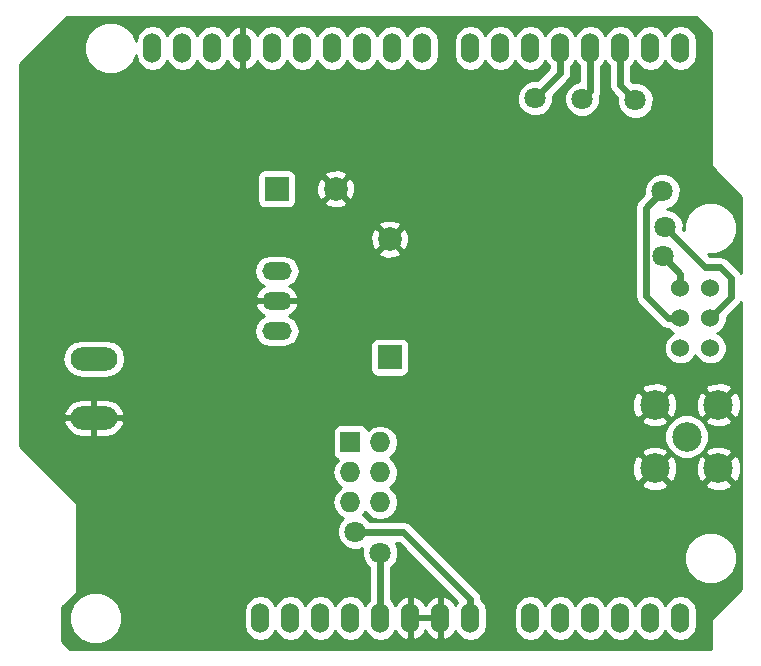
<source format=gtl>
G04 #@! TF.FileFunction,Copper,L1,Top,Signal*
%FSLAX46Y46*%
G04 Gerber Fmt 4.6, Leading zero omitted, Abs format (unit mm)*
G04 Created by KiCad (PCBNEW 4.0.1-3.201512221401+6198~38~ubuntu15.10.1-stable) date sáb 13 feb 2016 13:11:59 CLT*
%MOMM*%
G01*
G04 APERTURE LIST*
%ADD10C,0.150000*%
%ADD11O,1.524000X2.540000*%
%ADD12C,1.524000*%
%ADD13O,3.962400X1.981200*%
%ADD14C,2.500000*%
%ADD15R,2.000000X2.000000*%
%ADD16C,2.000000*%
%ADD17O,2.499360X1.501140*%
%ADD18R,1.727200X1.727200*%
%ADD19O,1.727200X1.727200*%
%ADD20C,1.800000*%
%ADD21C,0.600000*%
%ADD22C,0.254000*%
G04 APERTURE END LIST*
D10*
D11*
X82080100Y-82092800D03*
X79540100Y-82092800D03*
X77000100Y-82092800D03*
X69380100Y-82092800D03*
X71920100Y-82092800D03*
X74460100Y-82092800D03*
X64300100Y-82092800D03*
X61760100Y-82092800D03*
X59220100Y-82092800D03*
X54140100Y-82092800D03*
X51600100Y-82092800D03*
X82080100Y-33832800D03*
X79540100Y-33832800D03*
X77000100Y-33832800D03*
X74460100Y-33832800D03*
X71920100Y-33832800D03*
X69380100Y-33832800D03*
X66840100Y-33832800D03*
X64300100Y-33832800D03*
X60236100Y-33832800D03*
X57696100Y-33832800D03*
X55156100Y-33832800D03*
X52616100Y-33832800D03*
X50076100Y-33832800D03*
X47536100Y-33832800D03*
X44996100Y-33832800D03*
X42456100Y-33832800D03*
X56680100Y-82092800D03*
X39916100Y-33832800D03*
X37376100Y-33832800D03*
X49060100Y-82092800D03*
X46520100Y-82092800D03*
D12*
X82080100Y-54152800D03*
X84620100Y-54152800D03*
X82080100Y-56692800D03*
X84620100Y-56692800D03*
X82080100Y-59232800D03*
X84620100Y-59232800D03*
D13*
X32423100Y-65152400D03*
X32423100Y-60152400D03*
D14*
X85300800Y-69438500D03*
X85300800Y-64038500D03*
X79900800Y-69438500D03*
X79900800Y-64038500D03*
X82600800Y-66738500D03*
D15*
X57467500Y-60020200D03*
D16*
X57467500Y-50020200D03*
D17*
X47917100Y-55257700D03*
X47917100Y-52717700D03*
X47917100Y-57797700D03*
D18*
X54140100Y-67221100D03*
D19*
X56680100Y-67221100D03*
X54140100Y-69761100D03*
X56680100Y-69761100D03*
X54140100Y-72301100D03*
X56680100Y-72301100D03*
D15*
X47891700Y-45770800D03*
D16*
X52891700Y-45770800D03*
D20*
X78270100Y-38277800D03*
X69761100Y-38087300D03*
X80619600Y-51485800D03*
X80556100Y-45961300D03*
X80810100Y-49009300D03*
X73761600Y-38150800D03*
X54546500Y-74790300D03*
X56667400Y-76581000D03*
D21*
X77000100Y-37007800D02*
X77000100Y-33832800D01*
X78270100Y-38277800D02*
X77000100Y-37007800D01*
X71920100Y-35928300D02*
X71920100Y-33832800D01*
X69761100Y-38087300D02*
X71920100Y-35928300D01*
X82080100Y-52946300D02*
X82080100Y-54152800D01*
X80619600Y-51485800D02*
X82080100Y-52946300D01*
X81000600Y-56692800D02*
X82080100Y-56692800D01*
X79159100Y-54851300D02*
X81000600Y-56692800D01*
X79159100Y-47358300D02*
X79159100Y-54851300D01*
X80556100Y-45961300D02*
X79159100Y-47358300D01*
X86398100Y-54914800D02*
X84620100Y-56692800D01*
X86398100Y-53327300D02*
X86398100Y-54914800D01*
X85445600Y-52374800D02*
X86398100Y-53327300D01*
X84175600Y-52374800D02*
X85445600Y-52374800D01*
X80810100Y-49009300D02*
X84175600Y-52374800D01*
X84620100Y-56692800D02*
X84747100Y-56692800D01*
X74460100Y-37452300D02*
X74460100Y-33832800D01*
X73761600Y-38150800D02*
X74460100Y-37452300D01*
X64300100Y-80518000D02*
X64300100Y-82092800D01*
X58623200Y-74841100D02*
X64300100Y-80518000D01*
X54597300Y-74841100D02*
X58623200Y-74841100D01*
X54546500Y-74790300D02*
X54597300Y-74841100D01*
X56680100Y-76593700D02*
X56680100Y-82092800D01*
X56667400Y-76581000D02*
X56680100Y-76593700D01*
D22*
G36*
X84683600Y-32488406D02*
X84683600Y-43865800D01*
X84693606Y-43915210D01*
X84720797Y-43955603D01*
X87223600Y-46458406D01*
X87223600Y-52912130D01*
X87059245Y-52666155D01*
X86106745Y-51713655D01*
X85803409Y-51510973D01*
X85445600Y-51439800D01*
X84562890Y-51439800D01*
X84418214Y-51295124D01*
X85060243Y-51295685D01*
X85877400Y-50958042D01*
X86503145Y-50333389D01*
X86842213Y-49516822D01*
X86842985Y-48632657D01*
X86505342Y-47815500D01*
X85880689Y-47189755D01*
X85064122Y-46850687D01*
X84179957Y-46849915D01*
X83362800Y-47187558D01*
X82737055Y-47812211D01*
X82397987Y-48628778D01*
X82397423Y-49274333D01*
X82344915Y-49221825D01*
X82345365Y-48705309D01*
X82112168Y-48140929D01*
X81680743Y-47708749D01*
X81116770Y-47474567D01*
X80913758Y-47474390D01*
X81424471Y-47263368D01*
X81856651Y-46831943D01*
X82090833Y-46267970D01*
X82091365Y-45657309D01*
X81858168Y-45092929D01*
X81426743Y-44660749D01*
X80862770Y-44426567D01*
X80252109Y-44426035D01*
X79687729Y-44659232D01*
X79255549Y-45090657D01*
X79021367Y-45654630D01*
X79020914Y-46174196D01*
X78497955Y-46697155D01*
X78295273Y-47000491D01*
X78224100Y-47358300D01*
X78224100Y-54851300D01*
X78295273Y-55209109D01*
X78497955Y-55512445D01*
X80339455Y-57353945D01*
X80642791Y-57556627D01*
X81000600Y-57627800D01*
X81039535Y-57627800D01*
X81287730Y-57876429D01*
X81495612Y-57962749D01*
X81289797Y-58047790D01*
X80896471Y-58440430D01*
X80683343Y-58953700D01*
X80682858Y-59509461D01*
X80895090Y-60023103D01*
X81287730Y-60416429D01*
X81801000Y-60629557D01*
X82356761Y-60630042D01*
X82870403Y-60417810D01*
X83263729Y-60025170D01*
X83350049Y-59817288D01*
X83435090Y-60023103D01*
X83827730Y-60416429D01*
X84341000Y-60629557D01*
X84896761Y-60630042D01*
X85410403Y-60417810D01*
X85803729Y-60025170D01*
X86016857Y-59511900D01*
X86017342Y-58956139D01*
X85805110Y-58442497D01*
X85412470Y-58049171D01*
X85204588Y-57962851D01*
X85410403Y-57877810D01*
X85803729Y-57485170D01*
X86016857Y-56971900D01*
X86017166Y-56618024D01*
X87059245Y-55575945D01*
X87223600Y-55329970D01*
X87223600Y-79627194D01*
X84720797Y-82129997D01*
X84692934Y-82172011D01*
X84683600Y-82219800D01*
X84683600Y-84696300D01*
X30443706Y-84696300D01*
X29756100Y-84008694D01*
X29756100Y-82532943D01*
X30327215Y-82532943D01*
X30664858Y-83350100D01*
X31289511Y-83975845D01*
X32106078Y-84314913D01*
X32990243Y-84315685D01*
X33807400Y-83978042D01*
X34433145Y-83353389D01*
X34772213Y-82536822D01*
X34772985Y-81652657D01*
X34729527Y-81547479D01*
X45123100Y-81547479D01*
X45123100Y-82638121D01*
X45229440Y-83172730D01*
X45532272Y-83625949D01*
X45985491Y-83928781D01*
X46520100Y-84035121D01*
X47054709Y-83928781D01*
X47507928Y-83625949D01*
X47790100Y-83203650D01*
X48072272Y-83625949D01*
X48525491Y-83928781D01*
X49060100Y-84035121D01*
X49594709Y-83928781D01*
X50047928Y-83625949D01*
X50330100Y-83203650D01*
X50612272Y-83625949D01*
X51065491Y-83928781D01*
X51600100Y-84035121D01*
X52134709Y-83928781D01*
X52587928Y-83625949D01*
X52870100Y-83203650D01*
X53152272Y-83625949D01*
X53605491Y-83928781D01*
X54140100Y-84035121D01*
X54674709Y-83928781D01*
X55127928Y-83625949D01*
X55410100Y-83203650D01*
X55692272Y-83625949D01*
X56145491Y-83928781D01*
X56680100Y-84035121D01*
X57214709Y-83928781D01*
X57667928Y-83625949D01*
X57959430Y-83189687D01*
X57978041Y-83252741D01*
X58322074Y-83678430D01*
X58802823Y-83940060D01*
X58877030Y-83955020D01*
X59093100Y-83832520D01*
X59093100Y-82219800D01*
X59347100Y-82219800D01*
X59347100Y-83832520D01*
X59563170Y-83955020D01*
X59637377Y-83940060D01*
X60118126Y-83678430D01*
X60462159Y-83252741D01*
X60490100Y-83158077D01*
X60518041Y-83252741D01*
X60862074Y-83678430D01*
X61342823Y-83940060D01*
X61417030Y-83955020D01*
X61633100Y-83832520D01*
X61633100Y-82219800D01*
X59347100Y-82219800D01*
X59093100Y-82219800D01*
X59073100Y-82219800D01*
X59073100Y-81965800D01*
X59093100Y-81965800D01*
X59093100Y-80353080D01*
X59347100Y-80353080D01*
X59347100Y-81965800D01*
X61633100Y-81965800D01*
X61633100Y-80353080D01*
X61417030Y-80230580D01*
X61342823Y-80245540D01*
X60862074Y-80507170D01*
X60518041Y-80932859D01*
X60490100Y-81027523D01*
X60462159Y-80932859D01*
X60118126Y-80507170D01*
X59637377Y-80245540D01*
X59563170Y-80230580D01*
X59347100Y-80353080D01*
X59093100Y-80353080D01*
X58877030Y-80230580D01*
X58802823Y-80245540D01*
X58322074Y-80507170D01*
X57978041Y-80932859D01*
X57959430Y-80995913D01*
X57667928Y-80559651D01*
X57615100Y-80524352D01*
X57615100Y-77803878D01*
X57967951Y-77451643D01*
X58202133Y-76887670D01*
X58202665Y-76277009D01*
X57995694Y-75776100D01*
X58235910Y-75776100D01*
X63194988Y-80735178D01*
X63020770Y-80995913D01*
X63002159Y-80932859D01*
X62658126Y-80507170D01*
X62177377Y-80245540D01*
X62103170Y-80230580D01*
X61887100Y-80353080D01*
X61887100Y-81965800D01*
X61907100Y-81965800D01*
X61907100Y-82219800D01*
X61887100Y-82219800D01*
X61887100Y-83832520D01*
X62103170Y-83955020D01*
X62177377Y-83940060D01*
X62658126Y-83678430D01*
X63002159Y-83252741D01*
X63020770Y-83189687D01*
X63312272Y-83625949D01*
X63765491Y-83928781D01*
X64300100Y-84035121D01*
X64834709Y-83928781D01*
X65287928Y-83625949D01*
X65590760Y-83172730D01*
X65697100Y-82638121D01*
X65697100Y-81547479D01*
X67983100Y-81547479D01*
X67983100Y-82638121D01*
X68089440Y-83172730D01*
X68392272Y-83625949D01*
X68845491Y-83928781D01*
X69380100Y-84035121D01*
X69914709Y-83928781D01*
X70367928Y-83625949D01*
X70650100Y-83203650D01*
X70932272Y-83625949D01*
X71385491Y-83928781D01*
X71920100Y-84035121D01*
X72454709Y-83928781D01*
X72907928Y-83625949D01*
X73190100Y-83203650D01*
X73472272Y-83625949D01*
X73925491Y-83928781D01*
X74460100Y-84035121D01*
X74994709Y-83928781D01*
X75447928Y-83625949D01*
X75730100Y-83203650D01*
X76012272Y-83625949D01*
X76465491Y-83928781D01*
X77000100Y-84035121D01*
X77534709Y-83928781D01*
X77987928Y-83625949D01*
X78270100Y-83203650D01*
X78552272Y-83625949D01*
X79005491Y-83928781D01*
X79540100Y-84035121D01*
X80074709Y-83928781D01*
X80527928Y-83625949D01*
X80810100Y-83203650D01*
X81092272Y-83625949D01*
X81545491Y-83928781D01*
X82080100Y-84035121D01*
X82614709Y-83928781D01*
X83067928Y-83625949D01*
X83370760Y-83172730D01*
X83477100Y-82638121D01*
X83477100Y-81547479D01*
X83370760Y-81012870D01*
X83067928Y-80559651D01*
X82614709Y-80256819D01*
X82080100Y-80150479D01*
X81545491Y-80256819D01*
X81092272Y-80559651D01*
X80810100Y-80981950D01*
X80527928Y-80559651D01*
X80074709Y-80256819D01*
X79540100Y-80150479D01*
X79005491Y-80256819D01*
X78552272Y-80559651D01*
X78270100Y-80981950D01*
X77987928Y-80559651D01*
X77534709Y-80256819D01*
X77000100Y-80150479D01*
X76465491Y-80256819D01*
X76012272Y-80559651D01*
X75730100Y-80981950D01*
X75447928Y-80559651D01*
X74994709Y-80256819D01*
X74460100Y-80150479D01*
X73925491Y-80256819D01*
X73472272Y-80559651D01*
X73190100Y-80981950D01*
X72907928Y-80559651D01*
X72454709Y-80256819D01*
X71920100Y-80150479D01*
X71385491Y-80256819D01*
X70932272Y-80559651D01*
X70650100Y-80981950D01*
X70367928Y-80559651D01*
X69914709Y-80256819D01*
X69380100Y-80150479D01*
X68845491Y-80256819D01*
X68392272Y-80559651D01*
X68089440Y-81012870D01*
X67983100Y-81547479D01*
X65697100Y-81547479D01*
X65590760Y-81012870D01*
X65287928Y-80559651D01*
X65235100Y-80524352D01*
X65235100Y-80518000D01*
X65163927Y-80160191D01*
X64961245Y-79856855D01*
X62557333Y-77452943D01*
X82397215Y-77452943D01*
X82734858Y-78270100D01*
X83359511Y-78895845D01*
X84176078Y-79234913D01*
X85060243Y-79235685D01*
X85877400Y-78898042D01*
X86503145Y-78273389D01*
X86842213Y-77456822D01*
X86842985Y-76572657D01*
X86505342Y-75755500D01*
X85880689Y-75129755D01*
X85064122Y-74790687D01*
X84179957Y-74789915D01*
X83362800Y-75127558D01*
X82737055Y-75752211D01*
X82397987Y-76568778D01*
X82397215Y-77452943D01*
X62557333Y-77452943D01*
X59284345Y-74179955D01*
X58981009Y-73977273D01*
X58623200Y-73906100D01*
X55832767Y-73906100D01*
X55417143Y-73489749D01*
X55182140Y-73392167D01*
X55229129Y-73360770D01*
X55410100Y-73089928D01*
X55591071Y-73360770D01*
X56077252Y-73685626D01*
X56650741Y-73799700D01*
X56709459Y-73799700D01*
X57282948Y-73685626D01*
X57769129Y-73360770D01*
X58093985Y-72874589D01*
X58208059Y-72301100D01*
X58093985Y-71727611D01*
X57769129Y-71241430D01*
X57454348Y-71031100D01*
X57769129Y-70820770D01*
X57801836Y-70771820D01*
X78747085Y-70771820D01*
X78876333Y-71064623D01*
X79576606Y-71332888D01*
X80326235Y-71312750D01*
X80925267Y-71064623D01*
X81054515Y-70771820D01*
X84147085Y-70771820D01*
X84276333Y-71064623D01*
X84976606Y-71332888D01*
X85726235Y-71312750D01*
X86325267Y-71064623D01*
X86454515Y-70771820D01*
X85300800Y-69618105D01*
X84147085Y-70771820D01*
X81054515Y-70771820D01*
X79900800Y-69618105D01*
X78747085Y-70771820D01*
X57801836Y-70771820D01*
X58093985Y-70334589D01*
X58208059Y-69761100D01*
X58093985Y-69187611D01*
X58045005Y-69114306D01*
X78006412Y-69114306D01*
X78026550Y-69863935D01*
X78274677Y-70462967D01*
X78567480Y-70592215D01*
X79721195Y-69438500D01*
X80080405Y-69438500D01*
X81234120Y-70592215D01*
X81526923Y-70462967D01*
X81795188Y-69762694D01*
X81777770Y-69114306D01*
X83406412Y-69114306D01*
X83426550Y-69863935D01*
X83674677Y-70462967D01*
X83967480Y-70592215D01*
X85121195Y-69438500D01*
X85480405Y-69438500D01*
X86634120Y-70592215D01*
X86926923Y-70462967D01*
X87195188Y-69762694D01*
X87175050Y-69013065D01*
X86926923Y-68414033D01*
X86634120Y-68284785D01*
X85480405Y-69438500D01*
X85121195Y-69438500D01*
X83967480Y-68284785D01*
X83674677Y-68414033D01*
X83406412Y-69114306D01*
X81777770Y-69114306D01*
X81775050Y-69013065D01*
X81526923Y-68414033D01*
X81234120Y-68284785D01*
X80080405Y-69438500D01*
X79721195Y-69438500D01*
X78567480Y-68284785D01*
X78274677Y-68414033D01*
X78006412Y-69114306D01*
X58045005Y-69114306D01*
X57769129Y-68701430D01*
X57454348Y-68491100D01*
X57769129Y-68280770D01*
X57886454Y-68105180D01*
X78747085Y-68105180D01*
X79900800Y-69258895D01*
X81054515Y-68105180D01*
X80925267Y-67812377D01*
X80224994Y-67544112D01*
X79475365Y-67564250D01*
X78876333Y-67812377D01*
X78747085Y-68105180D01*
X57886454Y-68105180D01*
X58093985Y-67794589D01*
X58208059Y-67221100D01*
X58186319Y-67111805D01*
X80715474Y-67111805D01*
X81001843Y-67804872D01*
X81531639Y-68335593D01*
X82224205Y-68623172D01*
X82974105Y-68623826D01*
X83667172Y-68337457D01*
X83899854Y-68105180D01*
X84147085Y-68105180D01*
X85300800Y-69258895D01*
X86454515Y-68105180D01*
X86325267Y-67812377D01*
X85624994Y-67544112D01*
X84875365Y-67564250D01*
X84276333Y-67812377D01*
X84147085Y-68105180D01*
X83899854Y-68105180D01*
X84197893Y-67807661D01*
X84485472Y-67115095D01*
X84486126Y-66365195D01*
X84199757Y-65672128D01*
X83899973Y-65371820D01*
X84147085Y-65371820D01*
X84276333Y-65664623D01*
X84976606Y-65932888D01*
X85726235Y-65912750D01*
X86325267Y-65664623D01*
X86454515Y-65371820D01*
X85300800Y-64218105D01*
X84147085Y-65371820D01*
X83899973Y-65371820D01*
X83669961Y-65141407D01*
X82977395Y-64853828D01*
X82227495Y-64853174D01*
X81534428Y-65139543D01*
X81003707Y-65669339D01*
X80716128Y-66361905D01*
X80715474Y-67111805D01*
X58186319Y-67111805D01*
X58093985Y-66647611D01*
X57769129Y-66161430D01*
X57282948Y-65836574D01*
X56709459Y-65722500D01*
X56650741Y-65722500D01*
X56077252Y-65836574D01*
X55611658Y-66147674D01*
X55606862Y-66122183D01*
X55467790Y-65906059D01*
X55255590Y-65761069D01*
X55003700Y-65710060D01*
X53276500Y-65710060D01*
X53041183Y-65754338D01*
X52825059Y-65893410D01*
X52680069Y-66105610D01*
X52629060Y-66357500D01*
X52629060Y-68084700D01*
X52673338Y-68320017D01*
X52812410Y-68536141D01*
X53024610Y-68681131D01*
X53068231Y-68689964D01*
X53051071Y-68701430D01*
X52726215Y-69187611D01*
X52612141Y-69761100D01*
X52726215Y-70334589D01*
X53051071Y-70820770D01*
X53365852Y-71031100D01*
X53051071Y-71241430D01*
X52726215Y-71727611D01*
X52612141Y-72301100D01*
X52726215Y-72874589D01*
X53051071Y-73360770D01*
X53503189Y-73662866D01*
X53245949Y-73919657D01*
X53011767Y-74483630D01*
X53011235Y-75094291D01*
X53244432Y-75658671D01*
X53675857Y-76090851D01*
X54239830Y-76325033D01*
X54850491Y-76325565D01*
X55165427Y-76195436D01*
X55132667Y-76274330D01*
X55132135Y-76884991D01*
X55365332Y-77449371D01*
X55745100Y-77829804D01*
X55745100Y-80524352D01*
X55692272Y-80559651D01*
X55410100Y-80981950D01*
X55127928Y-80559651D01*
X54674709Y-80256819D01*
X54140100Y-80150479D01*
X53605491Y-80256819D01*
X53152272Y-80559651D01*
X52870100Y-80981950D01*
X52587928Y-80559651D01*
X52134709Y-80256819D01*
X51600100Y-80150479D01*
X51065491Y-80256819D01*
X50612272Y-80559651D01*
X50330100Y-80981950D01*
X50047928Y-80559651D01*
X49594709Y-80256819D01*
X49060100Y-80150479D01*
X48525491Y-80256819D01*
X48072272Y-80559651D01*
X47790100Y-80981950D01*
X47507928Y-80559651D01*
X47054709Y-80256819D01*
X46520100Y-80150479D01*
X45985491Y-80256819D01*
X45532272Y-80559651D01*
X45229440Y-81012870D01*
X45123100Y-81547479D01*
X34729527Y-81547479D01*
X34435342Y-80835500D01*
X33810689Y-80209755D01*
X32994122Y-79870687D01*
X32109957Y-79869915D01*
X31292800Y-80207558D01*
X30667055Y-80832211D01*
X30327987Y-81648778D01*
X30327215Y-82532943D01*
X29756100Y-82532943D01*
X29756100Y-81192906D01*
X30988903Y-79960103D01*
X31016766Y-79918089D01*
X31026100Y-79870300D01*
X31026100Y-72440800D01*
X31016094Y-72391390D01*
X30988903Y-72350997D01*
X26136600Y-67498694D01*
X26136600Y-65531359D01*
X29851689Y-65531359D01*
X29882040Y-65657157D01*
X30193224Y-66212070D01*
X30693077Y-66605658D01*
X31305500Y-66778000D01*
X32296100Y-66778000D01*
X32296100Y-65279400D01*
X32550100Y-65279400D01*
X32550100Y-66778000D01*
X33540700Y-66778000D01*
X34153123Y-66605658D01*
X34652976Y-66212070D01*
X34964160Y-65657157D01*
X34994511Y-65531359D01*
X34918864Y-65371820D01*
X78747085Y-65371820D01*
X78876333Y-65664623D01*
X79576606Y-65932888D01*
X80326235Y-65912750D01*
X80925267Y-65664623D01*
X81054515Y-65371820D01*
X79900800Y-64218105D01*
X78747085Y-65371820D01*
X34918864Y-65371820D01*
X34875042Y-65279400D01*
X32550100Y-65279400D01*
X32296100Y-65279400D01*
X29971158Y-65279400D01*
X29851689Y-65531359D01*
X26136600Y-65531359D01*
X26136600Y-64773441D01*
X29851689Y-64773441D01*
X29971158Y-65025400D01*
X32296100Y-65025400D01*
X32296100Y-63526800D01*
X32550100Y-63526800D01*
X32550100Y-65025400D01*
X34875042Y-65025400D01*
X34994511Y-64773441D01*
X34964160Y-64647643D01*
X34652976Y-64092730D01*
X34172382Y-63714306D01*
X78006412Y-63714306D01*
X78026550Y-64463935D01*
X78274677Y-65062967D01*
X78567480Y-65192215D01*
X79721195Y-64038500D01*
X80080405Y-64038500D01*
X81234120Y-65192215D01*
X81526923Y-65062967D01*
X81795188Y-64362694D01*
X81777770Y-63714306D01*
X83406412Y-63714306D01*
X83426550Y-64463935D01*
X83674677Y-65062967D01*
X83967480Y-65192215D01*
X85121195Y-64038500D01*
X85480405Y-64038500D01*
X86634120Y-65192215D01*
X86926923Y-65062967D01*
X87195188Y-64362694D01*
X87175050Y-63613065D01*
X86926923Y-63014033D01*
X86634120Y-62884785D01*
X85480405Y-64038500D01*
X85121195Y-64038500D01*
X83967480Y-62884785D01*
X83674677Y-63014033D01*
X83406412Y-63714306D01*
X81777770Y-63714306D01*
X81775050Y-63613065D01*
X81526923Y-63014033D01*
X81234120Y-62884785D01*
X80080405Y-64038500D01*
X79721195Y-64038500D01*
X78567480Y-62884785D01*
X78274677Y-63014033D01*
X78006412Y-63714306D01*
X34172382Y-63714306D01*
X34153123Y-63699142D01*
X33540700Y-63526800D01*
X32550100Y-63526800D01*
X32296100Y-63526800D01*
X31305500Y-63526800D01*
X30693077Y-63699142D01*
X30193224Y-64092730D01*
X29882040Y-64647643D01*
X29851689Y-64773441D01*
X26136600Y-64773441D01*
X26136600Y-62705180D01*
X78747085Y-62705180D01*
X79900800Y-63858895D01*
X81054515Y-62705180D01*
X84147085Y-62705180D01*
X85300800Y-63858895D01*
X86454515Y-62705180D01*
X86325267Y-62412377D01*
X85624994Y-62144112D01*
X84875365Y-62164250D01*
X84276333Y-62412377D01*
X84147085Y-62705180D01*
X81054515Y-62705180D01*
X80925267Y-62412377D01*
X80224994Y-62144112D01*
X79475365Y-62164250D01*
X78876333Y-62412377D01*
X78747085Y-62705180D01*
X26136600Y-62705180D01*
X26136600Y-60152400D01*
X29755646Y-60152400D01*
X29879387Y-60774490D01*
X30231773Y-61301873D01*
X30759156Y-61654259D01*
X31381246Y-61778000D01*
X33464954Y-61778000D01*
X34087044Y-61654259D01*
X34614427Y-61301873D01*
X34966813Y-60774490D01*
X35090554Y-60152400D01*
X34966813Y-59530310D01*
X34614427Y-59002927D01*
X34087044Y-58650541D01*
X33464954Y-58526800D01*
X31381246Y-58526800D01*
X30759156Y-58650541D01*
X30231773Y-59002927D01*
X29879387Y-59530310D01*
X29755646Y-60152400D01*
X26136600Y-60152400D01*
X26136600Y-57797700D01*
X45995497Y-57797700D01*
X46100967Y-58327935D01*
X46401321Y-58777446D01*
X46850832Y-59077800D01*
X47381067Y-59183270D01*
X48453133Y-59183270D01*
X48983368Y-59077800D01*
X49069572Y-59020200D01*
X55820060Y-59020200D01*
X55820060Y-61020200D01*
X55864338Y-61255517D01*
X56003410Y-61471641D01*
X56215610Y-61616631D01*
X56467500Y-61667640D01*
X58467500Y-61667640D01*
X58702817Y-61623362D01*
X58918941Y-61484290D01*
X59063931Y-61272090D01*
X59114940Y-61020200D01*
X59114940Y-59020200D01*
X59070662Y-58784883D01*
X58931590Y-58568759D01*
X58719390Y-58423769D01*
X58467500Y-58372760D01*
X56467500Y-58372760D01*
X56232183Y-58417038D01*
X56016059Y-58556110D01*
X55871069Y-58768310D01*
X55820060Y-59020200D01*
X49069572Y-59020200D01*
X49432879Y-58777446D01*
X49733233Y-58327935D01*
X49838703Y-57797700D01*
X49733233Y-57267465D01*
X49432879Y-56817954D01*
X48983368Y-56517600D01*
X48974068Y-56515750D01*
X49063777Y-56489199D01*
X49485758Y-56147644D01*
X49744910Y-55670603D01*
X49759093Y-55598975D01*
X49636439Y-55384700D01*
X48044100Y-55384700D01*
X48044100Y-55404700D01*
X47790100Y-55404700D01*
X47790100Y-55384700D01*
X46197761Y-55384700D01*
X46075107Y-55598975D01*
X46089290Y-55670603D01*
X46348442Y-56147644D01*
X46770423Y-56489199D01*
X46860132Y-56515750D01*
X46850832Y-56517600D01*
X46401321Y-56817954D01*
X46100967Y-57267465D01*
X45995497Y-57797700D01*
X26136600Y-57797700D01*
X26136600Y-52717700D01*
X45995497Y-52717700D01*
X46100967Y-53247935D01*
X46401321Y-53697446D01*
X46850832Y-53997800D01*
X46860132Y-53999650D01*
X46770423Y-54026201D01*
X46348442Y-54367756D01*
X46089290Y-54844797D01*
X46075107Y-54916425D01*
X46197761Y-55130700D01*
X47790100Y-55130700D01*
X47790100Y-55110700D01*
X48044100Y-55110700D01*
X48044100Y-55130700D01*
X49636439Y-55130700D01*
X49759093Y-54916425D01*
X49744910Y-54844797D01*
X49485758Y-54367756D01*
X49063777Y-54026201D01*
X48974068Y-53999650D01*
X48983368Y-53997800D01*
X49432879Y-53697446D01*
X49733233Y-53247935D01*
X49838703Y-52717700D01*
X49733233Y-52187465D01*
X49432879Y-51737954D01*
X48983368Y-51437600D01*
X48453133Y-51332130D01*
X47381067Y-51332130D01*
X46850832Y-51437600D01*
X46401321Y-51737954D01*
X46100967Y-52187465D01*
X45995497Y-52717700D01*
X26136600Y-52717700D01*
X26136600Y-51172732D01*
X56494573Y-51172732D01*
X56593236Y-51439587D01*
X57202961Y-51666108D01*
X57852960Y-51642056D01*
X58341764Y-51439587D01*
X58440427Y-51172732D01*
X57467500Y-50199805D01*
X56494573Y-51172732D01*
X26136600Y-51172732D01*
X26136600Y-49755661D01*
X55821592Y-49755661D01*
X55845644Y-50405660D01*
X56048113Y-50894464D01*
X56314968Y-50993127D01*
X57287895Y-50020200D01*
X57647105Y-50020200D01*
X58620032Y-50993127D01*
X58886887Y-50894464D01*
X59113408Y-50284739D01*
X59089356Y-49634740D01*
X58886887Y-49145936D01*
X58620032Y-49047273D01*
X57647105Y-50020200D01*
X57287895Y-50020200D01*
X56314968Y-49047273D01*
X56048113Y-49145936D01*
X55821592Y-49755661D01*
X26136600Y-49755661D01*
X26136600Y-48867668D01*
X56494573Y-48867668D01*
X57467500Y-49840595D01*
X58440427Y-48867668D01*
X58341764Y-48600813D01*
X57732039Y-48374292D01*
X57082040Y-48398344D01*
X56593236Y-48600813D01*
X56494573Y-48867668D01*
X26136600Y-48867668D01*
X26136600Y-44770800D01*
X46244260Y-44770800D01*
X46244260Y-46770800D01*
X46288538Y-47006117D01*
X46427610Y-47222241D01*
X46639810Y-47367231D01*
X46891700Y-47418240D01*
X48891700Y-47418240D01*
X49127017Y-47373962D01*
X49343141Y-47234890D01*
X49488131Y-47022690D01*
X49508251Y-46923332D01*
X51918773Y-46923332D01*
X52017436Y-47190187D01*
X52627161Y-47416708D01*
X53277160Y-47392656D01*
X53765964Y-47190187D01*
X53864627Y-46923332D01*
X52891700Y-45950405D01*
X51918773Y-46923332D01*
X49508251Y-46923332D01*
X49539140Y-46770800D01*
X49539140Y-45506261D01*
X51245792Y-45506261D01*
X51269844Y-46156260D01*
X51472313Y-46645064D01*
X51739168Y-46743727D01*
X52712095Y-45770800D01*
X53071305Y-45770800D01*
X54044232Y-46743727D01*
X54311087Y-46645064D01*
X54537608Y-46035339D01*
X54513556Y-45385340D01*
X54311087Y-44896536D01*
X54044232Y-44797873D01*
X53071305Y-45770800D01*
X52712095Y-45770800D01*
X51739168Y-44797873D01*
X51472313Y-44896536D01*
X51245792Y-45506261D01*
X49539140Y-45506261D01*
X49539140Y-44770800D01*
X49510440Y-44618268D01*
X51918773Y-44618268D01*
X52891700Y-45591195D01*
X53864627Y-44618268D01*
X53765964Y-44351413D01*
X53156239Y-44124892D01*
X52506240Y-44148944D01*
X52017436Y-44351413D01*
X51918773Y-44618268D01*
X49510440Y-44618268D01*
X49494862Y-44535483D01*
X49355790Y-44319359D01*
X49143590Y-44174369D01*
X48891700Y-44123360D01*
X46891700Y-44123360D01*
X46656383Y-44167638D01*
X46440259Y-44306710D01*
X46295269Y-44518910D01*
X46244260Y-44770800D01*
X26136600Y-44770800D01*
X26136600Y-35218906D01*
X27082563Y-34272943D01*
X31597215Y-34272943D01*
X31934858Y-35090100D01*
X32559511Y-35715845D01*
X33376078Y-36054913D01*
X34260243Y-36055685D01*
X35077400Y-35718042D01*
X35703145Y-35093389D01*
X35985918Y-34412396D01*
X36085440Y-34912730D01*
X36388272Y-35365949D01*
X36841491Y-35668781D01*
X37376100Y-35775121D01*
X37910709Y-35668781D01*
X38363928Y-35365949D01*
X38646100Y-34943650D01*
X38928272Y-35365949D01*
X39381491Y-35668781D01*
X39916100Y-35775121D01*
X40450709Y-35668781D01*
X40903928Y-35365949D01*
X41186100Y-34943650D01*
X41468272Y-35365949D01*
X41921491Y-35668781D01*
X42456100Y-35775121D01*
X42990709Y-35668781D01*
X43443928Y-35365949D01*
X43735430Y-34929687D01*
X43754041Y-34992741D01*
X44098074Y-35418430D01*
X44578823Y-35680060D01*
X44653030Y-35695020D01*
X44869100Y-35572520D01*
X44869100Y-33959800D01*
X44849100Y-33959800D01*
X44849100Y-33705800D01*
X44869100Y-33705800D01*
X44869100Y-32093080D01*
X45123100Y-32093080D01*
X45123100Y-33705800D01*
X45143100Y-33705800D01*
X45143100Y-33959800D01*
X45123100Y-33959800D01*
X45123100Y-35572520D01*
X45339170Y-35695020D01*
X45413377Y-35680060D01*
X45894126Y-35418430D01*
X46238159Y-34992741D01*
X46256770Y-34929687D01*
X46548272Y-35365949D01*
X47001491Y-35668781D01*
X47536100Y-35775121D01*
X48070709Y-35668781D01*
X48523928Y-35365949D01*
X48806100Y-34943650D01*
X49088272Y-35365949D01*
X49541491Y-35668781D01*
X50076100Y-35775121D01*
X50610709Y-35668781D01*
X51063928Y-35365949D01*
X51346100Y-34943650D01*
X51628272Y-35365949D01*
X52081491Y-35668781D01*
X52616100Y-35775121D01*
X53150709Y-35668781D01*
X53603928Y-35365949D01*
X53886100Y-34943650D01*
X54168272Y-35365949D01*
X54621491Y-35668781D01*
X55156100Y-35775121D01*
X55690709Y-35668781D01*
X56143928Y-35365949D01*
X56426100Y-34943650D01*
X56708272Y-35365949D01*
X57161491Y-35668781D01*
X57696100Y-35775121D01*
X58230709Y-35668781D01*
X58683928Y-35365949D01*
X58966100Y-34943650D01*
X59248272Y-35365949D01*
X59701491Y-35668781D01*
X60236100Y-35775121D01*
X60770709Y-35668781D01*
X61223928Y-35365949D01*
X61526760Y-34912730D01*
X61633100Y-34378121D01*
X61633100Y-33287479D01*
X62903100Y-33287479D01*
X62903100Y-34378121D01*
X63009440Y-34912730D01*
X63312272Y-35365949D01*
X63765491Y-35668781D01*
X64300100Y-35775121D01*
X64834709Y-35668781D01*
X65287928Y-35365949D01*
X65570100Y-34943650D01*
X65852272Y-35365949D01*
X66305491Y-35668781D01*
X66840100Y-35775121D01*
X67374709Y-35668781D01*
X67827928Y-35365949D01*
X68110100Y-34943650D01*
X68392272Y-35365949D01*
X68845491Y-35668781D01*
X69380100Y-35775121D01*
X69914709Y-35668781D01*
X70367928Y-35365949D01*
X70650100Y-34943650D01*
X70932272Y-35365949D01*
X70985100Y-35401248D01*
X70985100Y-35541010D01*
X69973625Y-36552485D01*
X69457109Y-36552035D01*
X68892729Y-36785232D01*
X68460549Y-37216657D01*
X68226367Y-37780630D01*
X68225835Y-38391291D01*
X68459032Y-38955671D01*
X68890457Y-39387851D01*
X69454430Y-39622033D01*
X70065091Y-39622565D01*
X70629471Y-39389368D01*
X71061651Y-38957943D01*
X71295833Y-38393970D01*
X71296286Y-37874404D01*
X72581245Y-36589445D01*
X72783927Y-36286109D01*
X72855100Y-35928300D01*
X72855100Y-35401248D01*
X72907928Y-35365949D01*
X73190100Y-34943650D01*
X73472272Y-35365949D01*
X73525100Y-35401248D01*
X73525100Y-36615594D01*
X73457609Y-36615535D01*
X72893229Y-36848732D01*
X72461049Y-37280157D01*
X72226867Y-37844130D01*
X72226335Y-38454791D01*
X72459532Y-39019171D01*
X72890957Y-39451351D01*
X73454930Y-39685533D01*
X74065591Y-39686065D01*
X74629971Y-39452868D01*
X75062151Y-39021443D01*
X75296333Y-38457470D01*
X75296862Y-37850615D01*
X75323927Y-37810109D01*
X75395100Y-37452300D01*
X75395100Y-35401248D01*
X75447928Y-35365949D01*
X75730100Y-34943650D01*
X76012272Y-35365949D01*
X76065100Y-35401248D01*
X76065100Y-37007800D01*
X76136273Y-37365609D01*
X76338955Y-37668945D01*
X76735285Y-38065275D01*
X76734835Y-38581791D01*
X76968032Y-39146171D01*
X77399457Y-39578351D01*
X77963430Y-39812533D01*
X78574091Y-39813065D01*
X79138471Y-39579868D01*
X79570651Y-39148443D01*
X79804833Y-38584470D01*
X79805365Y-37973809D01*
X79572168Y-37409429D01*
X79140743Y-36977249D01*
X78576770Y-36743067D01*
X78057204Y-36742614D01*
X77935100Y-36620510D01*
X77935100Y-35401248D01*
X77987928Y-35365949D01*
X78270100Y-34943650D01*
X78552272Y-35365949D01*
X79005491Y-35668781D01*
X79540100Y-35775121D01*
X80074709Y-35668781D01*
X80527928Y-35365949D01*
X80810100Y-34943650D01*
X81092272Y-35365949D01*
X81545491Y-35668781D01*
X82080100Y-35775121D01*
X82614709Y-35668781D01*
X83067928Y-35365949D01*
X83370760Y-34912730D01*
X83477100Y-34378121D01*
X83477100Y-33287479D01*
X83370760Y-32752870D01*
X83067928Y-32299651D01*
X82614709Y-31996819D01*
X82080100Y-31890479D01*
X81545491Y-31996819D01*
X81092272Y-32299651D01*
X80810100Y-32721950D01*
X80527928Y-32299651D01*
X80074709Y-31996819D01*
X79540100Y-31890479D01*
X79005491Y-31996819D01*
X78552272Y-32299651D01*
X78270100Y-32721950D01*
X77987928Y-32299651D01*
X77534709Y-31996819D01*
X77000100Y-31890479D01*
X76465491Y-31996819D01*
X76012272Y-32299651D01*
X75730100Y-32721950D01*
X75447928Y-32299651D01*
X74994709Y-31996819D01*
X74460100Y-31890479D01*
X73925491Y-31996819D01*
X73472272Y-32299651D01*
X73190100Y-32721950D01*
X72907928Y-32299651D01*
X72454709Y-31996819D01*
X71920100Y-31890479D01*
X71385491Y-31996819D01*
X70932272Y-32299651D01*
X70650100Y-32721950D01*
X70367928Y-32299651D01*
X69914709Y-31996819D01*
X69380100Y-31890479D01*
X68845491Y-31996819D01*
X68392272Y-32299651D01*
X68110100Y-32721950D01*
X67827928Y-32299651D01*
X67374709Y-31996819D01*
X66840100Y-31890479D01*
X66305491Y-31996819D01*
X65852272Y-32299651D01*
X65570100Y-32721950D01*
X65287928Y-32299651D01*
X64834709Y-31996819D01*
X64300100Y-31890479D01*
X63765491Y-31996819D01*
X63312272Y-32299651D01*
X63009440Y-32752870D01*
X62903100Y-33287479D01*
X61633100Y-33287479D01*
X61526760Y-32752870D01*
X61223928Y-32299651D01*
X60770709Y-31996819D01*
X60236100Y-31890479D01*
X59701491Y-31996819D01*
X59248272Y-32299651D01*
X58966100Y-32721950D01*
X58683928Y-32299651D01*
X58230709Y-31996819D01*
X57696100Y-31890479D01*
X57161491Y-31996819D01*
X56708272Y-32299651D01*
X56426100Y-32721950D01*
X56143928Y-32299651D01*
X55690709Y-31996819D01*
X55156100Y-31890479D01*
X54621491Y-31996819D01*
X54168272Y-32299651D01*
X53886100Y-32721950D01*
X53603928Y-32299651D01*
X53150709Y-31996819D01*
X52616100Y-31890479D01*
X52081491Y-31996819D01*
X51628272Y-32299651D01*
X51346100Y-32721950D01*
X51063928Y-32299651D01*
X50610709Y-31996819D01*
X50076100Y-31890479D01*
X49541491Y-31996819D01*
X49088272Y-32299651D01*
X48806100Y-32721950D01*
X48523928Y-32299651D01*
X48070709Y-31996819D01*
X47536100Y-31890479D01*
X47001491Y-31996819D01*
X46548272Y-32299651D01*
X46256770Y-32735913D01*
X46238159Y-32672859D01*
X45894126Y-32247170D01*
X45413377Y-31985540D01*
X45339170Y-31970580D01*
X45123100Y-32093080D01*
X44869100Y-32093080D01*
X44653030Y-31970580D01*
X44578823Y-31985540D01*
X44098074Y-32247170D01*
X43754041Y-32672859D01*
X43735430Y-32735913D01*
X43443928Y-32299651D01*
X42990709Y-31996819D01*
X42456100Y-31890479D01*
X41921491Y-31996819D01*
X41468272Y-32299651D01*
X41186100Y-32721950D01*
X40903928Y-32299651D01*
X40450709Y-31996819D01*
X39916100Y-31890479D01*
X39381491Y-31996819D01*
X38928272Y-32299651D01*
X38646100Y-32721950D01*
X38363928Y-32299651D01*
X37910709Y-31996819D01*
X37376100Y-31890479D01*
X36841491Y-31996819D01*
X36388272Y-32299651D01*
X36085440Y-32752870D01*
X35985738Y-33254108D01*
X35705342Y-32575500D01*
X35080689Y-31949755D01*
X34264122Y-31610687D01*
X33379957Y-31609915D01*
X32562800Y-31947558D01*
X31937055Y-32572211D01*
X31597987Y-33388778D01*
X31597215Y-34272943D01*
X27082563Y-34272943D01*
X30126206Y-31229300D01*
X83424494Y-31229300D01*
X84683600Y-32488406D01*
X84683600Y-32488406D01*
G37*
X84683600Y-32488406D02*
X84683600Y-43865800D01*
X84693606Y-43915210D01*
X84720797Y-43955603D01*
X87223600Y-46458406D01*
X87223600Y-52912130D01*
X87059245Y-52666155D01*
X86106745Y-51713655D01*
X85803409Y-51510973D01*
X85445600Y-51439800D01*
X84562890Y-51439800D01*
X84418214Y-51295124D01*
X85060243Y-51295685D01*
X85877400Y-50958042D01*
X86503145Y-50333389D01*
X86842213Y-49516822D01*
X86842985Y-48632657D01*
X86505342Y-47815500D01*
X85880689Y-47189755D01*
X85064122Y-46850687D01*
X84179957Y-46849915D01*
X83362800Y-47187558D01*
X82737055Y-47812211D01*
X82397987Y-48628778D01*
X82397423Y-49274333D01*
X82344915Y-49221825D01*
X82345365Y-48705309D01*
X82112168Y-48140929D01*
X81680743Y-47708749D01*
X81116770Y-47474567D01*
X80913758Y-47474390D01*
X81424471Y-47263368D01*
X81856651Y-46831943D01*
X82090833Y-46267970D01*
X82091365Y-45657309D01*
X81858168Y-45092929D01*
X81426743Y-44660749D01*
X80862770Y-44426567D01*
X80252109Y-44426035D01*
X79687729Y-44659232D01*
X79255549Y-45090657D01*
X79021367Y-45654630D01*
X79020914Y-46174196D01*
X78497955Y-46697155D01*
X78295273Y-47000491D01*
X78224100Y-47358300D01*
X78224100Y-54851300D01*
X78295273Y-55209109D01*
X78497955Y-55512445D01*
X80339455Y-57353945D01*
X80642791Y-57556627D01*
X81000600Y-57627800D01*
X81039535Y-57627800D01*
X81287730Y-57876429D01*
X81495612Y-57962749D01*
X81289797Y-58047790D01*
X80896471Y-58440430D01*
X80683343Y-58953700D01*
X80682858Y-59509461D01*
X80895090Y-60023103D01*
X81287730Y-60416429D01*
X81801000Y-60629557D01*
X82356761Y-60630042D01*
X82870403Y-60417810D01*
X83263729Y-60025170D01*
X83350049Y-59817288D01*
X83435090Y-60023103D01*
X83827730Y-60416429D01*
X84341000Y-60629557D01*
X84896761Y-60630042D01*
X85410403Y-60417810D01*
X85803729Y-60025170D01*
X86016857Y-59511900D01*
X86017342Y-58956139D01*
X85805110Y-58442497D01*
X85412470Y-58049171D01*
X85204588Y-57962851D01*
X85410403Y-57877810D01*
X85803729Y-57485170D01*
X86016857Y-56971900D01*
X86017166Y-56618024D01*
X87059245Y-55575945D01*
X87223600Y-55329970D01*
X87223600Y-79627194D01*
X84720797Y-82129997D01*
X84692934Y-82172011D01*
X84683600Y-82219800D01*
X84683600Y-84696300D01*
X30443706Y-84696300D01*
X29756100Y-84008694D01*
X29756100Y-82532943D01*
X30327215Y-82532943D01*
X30664858Y-83350100D01*
X31289511Y-83975845D01*
X32106078Y-84314913D01*
X32990243Y-84315685D01*
X33807400Y-83978042D01*
X34433145Y-83353389D01*
X34772213Y-82536822D01*
X34772985Y-81652657D01*
X34729527Y-81547479D01*
X45123100Y-81547479D01*
X45123100Y-82638121D01*
X45229440Y-83172730D01*
X45532272Y-83625949D01*
X45985491Y-83928781D01*
X46520100Y-84035121D01*
X47054709Y-83928781D01*
X47507928Y-83625949D01*
X47790100Y-83203650D01*
X48072272Y-83625949D01*
X48525491Y-83928781D01*
X49060100Y-84035121D01*
X49594709Y-83928781D01*
X50047928Y-83625949D01*
X50330100Y-83203650D01*
X50612272Y-83625949D01*
X51065491Y-83928781D01*
X51600100Y-84035121D01*
X52134709Y-83928781D01*
X52587928Y-83625949D01*
X52870100Y-83203650D01*
X53152272Y-83625949D01*
X53605491Y-83928781D01*
X54140100Y-84035121D01*
X54674709Y-83928781D01*
X55127928Y-83625949D01*
X55410100Y-83203650D01*
X55692272Y-83625949D01*
X56145491Y-83928781D01*
X56680100Y-84035121D01*
X57214709Y-83928781D01*
X57667928Y-83625949D01*
X57959430Y-83189687D01*
X57978041Y-83252741D01*
X58322074Y-83678430D01*
X58802823Y-83940060D01*
X58877030Y-83955020D01*
X59093100Y-83832520D01*
X59093100Y-82219800D01*
X59347100Y-82219800D01*
X59347100Y-83832520D01*
X59563170Y-83955020D01*
X59637377Y-83940060D01*
X60118126Y-83678430D01*
X60462159Y-83252741D01*
X60490100Y-83158077D01*
X60518041Y-83252741D01*
X60862074Y-83678430D01*
X61342823Y-83940060D01*
X61417030Y-83955020D01*
X61633100Y-83832520D01*
X61633100Y-82219800D01*
X59347100Y-82219800D01*
X59093100Y-82219800D01*
X59073100Y-82219800D01*
X59073100Y-81965800D01*
X59093100Y-81965800D01*
X59093100Y-80353080D01*
X59347100Y-80353080D01*
X59347100Y-81965800D01*
X61633100Y-81965800D01*
X61633100Y-80353080D01*
X61417030Y-80230580D01*
X61342823Y-80245540D01*
X60862074Y-80507170D01*
X60518041Y-80932859D01*
X60490100Y-81027523D01*
X60462159Y-80932859D01*
X60118126Y-80507170D01*
X59637377Y-80245540D01*
X59563170Y-80230580D01*
X59347100Y-80353080D01*
X59093100Y-80353080D01*
X58877030Y-80230580D01*
X58802823Y-80245540D01*
X58322074Y-80507170D01*
X57978041Y-80932859D01*
X57959430Y-80995913D01*
X57667928Y-80559651D01*
X57615100Y-80524352D01*
X57615100Y-77803878D01*
X57967951Y-77451643D01*
X58202133Y-76887670D01*
X58202665Y-76277009D01*
X57995694Y-75776100D01*
X58235910Y-75776100D01*
X63194988Y-80735178D01*
X63020770Y-80995913D01*
X63002159Y-80932859D01*
X62658126Y-80507170D01*
X62177377Y-80245540D01*
X62103170Y-80230580D01*
X61887100Y-80353080D01*
X61887100Y-81965800D01*
X61907100Y-81965800D01*
X61907100Y-82219800D01*
X61887100Y-82219800D01*
X61887100Y-83832520D01*
X62103170Y-83955020D01*
X62177377Y-83940060D01*
X62658126Y-83678430D01*
X63002159Y-83252741D01*
X63020770Y-83189687D01*
X63312272Y-83625949D01*
X63765491Y-83928781D01*
X64300100Y-84035121D01*
X64834709Y-83928781D01*
X65287928Y-83625949D01*
X65590760Y-83172730D01*
X65697100Y-82638121D01*
X65697100Y-81547479D01*
X67983100Y-81547479D01*
X67983100Y-82638121D01*
X68089440Y-83172730D01*
X68392272Y-83625949D01*
X68845491Y-83928781D01*
X69380100Y-84035121D01*
X69914709Y-83928781D01*
X70367928Y-83625949D01*
X70650100Y-83203650D01*
X70932272Y-83625949D01*
X71385491Y-83928781D01*
X71920100Y-84035121D01*
X72454709Y-83928781D01*
X72907928Y-83625949D01*
X73190100Y-83203650D01*
X73472272Y-83625949D01*
X73925491Y-83928781D01*
X74460100Y-84035121D01*
X74994709Y-83928781D01*
X75447928Y-83625949D01*
X75730100Y-83203650D01*
X76012272Y-83625949D01*
X76465491Y-83928781D01*
X77000100Y-84035121D01*
X77534709Y-83928781D01*
X77987928Y-83625949D01*
X78270100Y-83203650D01*
X78552272Y-83625949D01*
X79005491Y-83928781D01*
X79540100Y-84035121D01*
X80074709Y-83928781D01*
X80527928Y-83625949D01*
X80810100Y-83203650D01*
X81092272Y-83625949D01*
X81545491Y-83928781D01*
X82080100Y-84035121D01*
X82614709Y-83928781D01*
X83067928Y-83625949D01*
X83370760Y-83172730D01*
X83477100Y-82638121D01*
X83477100Y-81547479D01*
X83370760Y-81012870D01*
X83067928Y-80559651D01*
X82614709Y-80256819D01*
X82080100Y-80150479D01*
X81545491Y-80256819D01*
X81092272Y-80559651D01*
X80810100Y-80981950D01*
X80527928Y-80559651D01*
X80074709Y-80256819D01*
X79540100Y-80150479D01*
X79005491Y-80256819D01*
X78552272Y-80559651D01*
X78270100Y-80981950D01*
X77987928Y-80559651D01*
X77534709Y-80256819D01*
X77000100Y-80150479D01*
X76465491Y-80256819D01*
X76012272Y-80559651D01*
X75730100Y-80981950D01*
X75447928Y-80559651D01*
X74994709Y-80256819D01*
X74460100Y-80150479D01*
X73925491Y-80256819D01*
X73472272Y-80559651D01*
X73190100Y-80981950D01*
X72907928Y-80559651D01*
X72454709Y-80256819D01*
X71920100Y-80150479D01*
X71385491Y-80256819D01*
X70932272Y-80559651D01*
X70650100Y-80981950D01*
X70367928Y-80559651D01*
X69914709Y-80256819D01*
X69380100Y-80150479D01*
X68845491Y-80256819D01*
X68392272Y-80559651D01*
X68089440Y-81012870D01*
X67983100Y-81547479D01*
X65697100Y-81547479D01*
X65590760Y-81012870D01*
X65287928Y-80559651D01*
X65235100Y-80524352D01*
X65235100Y-80518000D01*
X65163927Y-80160191D01*
X64961245Y-79856855D01*
X62557333Y-77452943D01*
X82397215Y-77452943D01*
X82734858Y-78270100D01*
X83359511Y-78895845D01*
X84176078Y-79234913D01*
X85060243Y-79235685D01*
X85877400Y-78898042D01*
X86503145Y-78273389D01*
X86842213Y-77456822D01*
X86842985Y-76572657D01*
X86505342Y-75755500D01*
X85880689Y-75129755D01*
X85064122Y-74790687D01*
X84179957Y-74789915D01*
X83362800Y-75127558D01*
X82737055Y-75752211D01*
X82397987Y-76568778D01*
X82397215Y-77452943D01*
X62557333Y-77452943D01*
X59284345Y-74179955D01*
X58981009Y-73977273D01*
X58623200Y-73906100D01*
X55832767Y-73906100D01*
X55417143Y-73489749D01*
X55182140Y-73392167D01*
X55229129Y-73360770D01*
X55410100Y-73089928D01*
X55591071Y-73360770D01*
X56077252Y-73685626D01*
X56650741Y-73799700D01*
X56709459Y-73799700D01*
X57282948Y-73685626D01*
X57769129Y-73360770D01*
X58093985Y-72874589D01*
X58208059Y-72301100D01*
X58093985Y-71727611D01*
X57769129Y-71241430D01*
X57454348Y-71031100D01*
X57769129Y-70820770D01*
X57801836Y-70771820D01*
X78747085Y-70771820D01*
X78876333Y-71064623D01*
X79576606Y-71332888D01*
X80326235Y-71312750D01*
X80925267Y-71064623D01*
X81054515Y-70771820D01*
X84147085Y-70771820D01*
X84276333Y-71064623D01*
X84976606Y-71332888D01*
X85726235Y-71312750D01*
X86325267Y-71064623D01*
X86454515Y-70771820D01*
X85300800Y-69618105D01*
X84147085Y-70771820D01*
X81054515Y-70771820D01*
X79900800Y-69618105D01*
X78747085Y-70771820D01*
X57801836Y-70771820D01*
X58093985Y-70334589D01*
X58208059Y-69761100D01*
X58093985Y-69187611D01*
X58045005Y-69114306D01*
X78006412Y-69114306D01*
X78026550Y-69863935D01*
X78274677Y-70462967D01*
X78567480Y-70592215D01*
X79721195Y-69438500D01*
X80080405Y-69438500D01*
X81234120Y-70592215D01*
X81526923Y-70462967D01*
X81795188Y-69762694D01*
X81777770Y-69114306D01*
X83406412Y-69114306D01*
X83426550Y-69863935D01*
X83674677Y-70462967D01*
X83967480Y-70592215D01*
X85121195Y-69438500D01*
X85480405Y-69438500D01*
X86634120Y-70592215D01*
X86926923Y-70462967D01*
X87195188Y-69762694D01*
X87175050Y-69013065D01*
X86926923Y-68414033D01*
X86634120Y-68284785D01*
X85480405Y-69438500D01*
X85121195Y-69438500D01*
X83967480Y-68284785D01*
X83674677Y-68414033D01*
X83406412Y-69114306D01*
X81777770Y-69114306D01*
X81775050Y-69013065D01*
X81526923Y-68414033D01*
X81234120Y-68284785D01*
X80080405Y-69438500D01*
X79721195Y-69438500D01*
X78567480Y-68284785D01*
X78274677Y-68414033D01*
X78006412Y-69114306D01*
X58045005Y-69114306D01*
X57769129Y-68701430D01*
X57454348Y-68491100D01*
X57769129Y-68280770D01*
X57886454Y-68105180D01*
X78747085Y-68105180D01*
X79900800Y-69258895D01*
X81054515Y-68105180D01*
X80925267Y-67812377D01*
X80224994Y-67544112D01*
X79475365Y-67564250D01*
X78876333Y-67812377D01*
X78747085Y-68105180D01*
X57886454Y-68105180D01*
X58093985Y-67794589D01*
X58208059Y-67221100D01*
X58186319Y-67111805D01*
X80715474Y-67111805D01*
X81001843Y-67804872D01*
X81531639Y-68335593D01*
X82224205Y-68623172D01*
X82974105Y-68623826D01*
X83667172Y-68337457D01*
X83899854Y-68105180D01*
X84147085Y-68105180D01*
X85300800Y-69258895D01*
X86454515Y-68105180D01*
X86325267Y-67812377D01*
X85624994Y-67544112D01*
X84875365Y-67564250D01*
X84276333Y-67812377D01*
X84147085Y-68105180D01*
X83899854Y-68105180D01*
X84197893Y-67807661D01*
X84485472Y-67115095D01*
X84486126Y-66365195D01*
X84199757Y-65672128D01*
X83899973Y-65371820D01*
X84147085Y-65371820D01*
X84276333Y-65664623D01*
X84976606Y-65932888D01*
X85726235Y-65912750D01*
X86325267Y-65664623D01*
X86454515Y-65371820D01*
X85300800Y-64218105D01*
X84147085Y-65371820D01*
X83899973Y-65371820D01*
X83669961Y-65141407D01*
X82977395Y-64853828D01*
X82227495Y-64853174D01*
X81534428Y-65139543D01*
X81003707Y-65669339D01*
X80716128Y-66361905D01*
X80715474Y-67111805D01*
X58186319Y-67111805D01*
X58093985Y-66647611D01*
X57769129Y-66161430D01*
X57282948Y-65836574D01*
X56709459Y-65722500D01*
X56650741Y-65722500D01*
X56077252Y-65836574D01*
X55611658Y-66147674D01*
X55606862Y-66122183D01*
X55467790Y-65906059D01*
X55255590Y-65761069D01*
X55003700Y-65710060D01*
X53276500Y-65710060D01*
X53041183Y-65754338D01*
X52825059Y-65893410D01*
X52680069Y-66105610D01*
X52629060Y-66357500D01*
X52629060Y-68084700D01*
X52673338Y-68320017D01*
X52812410Y-68536141D01*
X53024610Y-68681131D01*
X53068231Y-68689964D01*
X53051071Y-68701430D01*
X52726215Y-69187611D01*
X52612141Y-69761100D01*
X52726215Y-70334589D01*
X53051071Y-70820770D01*
X53365852Y-71031100D01*
X53051071Y-71241430D01*
X52726215Y-71727611D01*
X52612141Y-72301100D01*
X52726215Y-72874589D01*
X53051071Y-73360770D01*
X53503189Y-73662866D01*
X53245949Y-73919657D01*
X53011767Y-74483630D01*
X53011235Y-75094291D01*
X53244432Y-75658671D01*
X53675857Y-76090851D01*
X54239830Y-76325033D01*
X54850491Y-76325565D01*
X55165427Y-76195436D01*
X55132667Y-76274330D01*
X55132135Y-76884991D01*
X55365332Y-77449371D01*
X55745100Y-77829804D01*
X55745100Y-80524352D01*
X55692272Y-80559651D01*
X55410100Y-80981950D01*
X55127928Y-80559651D01*
X54674709Y-80256819D01*
X54140100Y-80150479D01*
X53605491Y-80256819D01*
X53152272Y-80559651D01*
X52870100Y-80981950D01*
X52587928Y-80559651D01*
X52134709Y-80256819D01*
X51600100Y-80150479D01*
X51065491Y-80256819D01*
X50612272Y-80559651D01*
X50330100Y-80981950D01*
X50047928Y-80559651D01*
X49594709Y-80256819D01*
X49060100Y-80150479D01*
X48525491Y-80256819D01*
X48072272Y-80559651D01*
X47790100Y-80981950D01*
X47507928Y-80559651D01*
X47054709Y-80256819D01*
X46520100Y-80150479D01*
X45985491Y-80256819D01*
X45532272Y-80559651D01*
X45229440Y-81012870D01*
X45123100Y-81547479D01*
X34729527Y-81547479D01*
X34435342Y-80835500D01*
X33810689Y-80209755D01*
X32994122Y-79870687D01*
X32109957Y-79869915D01*
X31292800Y-80207558D01*
X30667055Y-80832211D01*
X30327987Y-81648778D01*
X30327215Y-82532943D01*
X29756100Y-82532943D01*
X29756100Y-81192906D01*
X30988903Y-79960103D01*
X31016766Y-79918089D01*
X31026100Y-79870300D01*
X31026100Y-72440800D01*
X31016094Y-72391390D01*
X30988903Y-72350997D01*
X26136600Y-67498694D01*
X26136600Y-65531359D01*
X29851689Y-65531359D01*
X29882040Y-65657157D01*
X30193224Y-66212070D01*
X30693077Y-66605658D01*
X31305500Y-66778000D01*
X32296100Y-66778000D01*
X32296100Y-65279400D01*
X32550100Y-65279400D01*
X32550100Y-66778000D01*
X33540700Y-66778000D01*
X34153123Y-66605658D01*
X34652976Y-66212070D01*
X34964160Y-65657157D01*
X34994511Y-65531359D01*
X34918864Y-65371820D01*
X78747085Y-65371820D01*
X78876333Y-65664623D01*
X79576606Y-65932888D01*
X80326235Y-65912750D01*
X80925267Y-65664623D01*
X81054515Y-65371820D01*
X79900800Y-64218105D01*
X78747085Y-65371820D01*
X34918864Y-65371820D01*
X34875042Y-65279400D01*
X32550100Y-65279400D01*
X32296100Y-65279400D01*
X29971158Y-65279400D01*
X29851689Y-65531359D01*
X26136600Y-65531359D01*
X26136600Y-64773441D01*
X29851689Y-64773441D01*
X29971158Y-65025400D01*
X32296100Y-65025400D01*
X32296100Y-63526800D01*
X32550100Y-63526800D01*
X32550100Y-65025400D01*
X34875042Y-65025400D01*
X34994511Y-64773441D01*
X34964160Y-64647643D01*
X34652976Y-64092730D01*
X34172382Y-63714306D01*
X78006412Y-63714306D01*
X78026550Y-64463935D01*
X78274677Y-65062967D01*
X78567480Y-65192215D01*
X79721195Y-64038500D01*
X80080405Y-64038500D01*
X81234120Y-65192215D01*
X81526923Y-65062967D01*
X81795188Y-64362694D01*
X81777770Y-63714306D01*
X83406412Y-63714306D01*
X83426550Y-64463935D01*
X83674677Y-65062967D01*
X83967480Y-65192215D01*
X85121195Y-64038500D01*
X85480405Y-64038500D01*
X86634120Y-65192215D01*
X86926923Y-65062967D01*
X87195188Y-64362694D01*
X87175050Y-63613065D01*
X86926923Y-63014033D01*
X86634120Y-62884785D01*
X85480405Y-64038500D01*
X85121195Y-64038500D01*
X83967480Y-62884785D01*
X83674677Y-63014033D01*
X83406412Y-63714306D01*
X81777770Y-63714306D01*
X81775050Y-63613065D01*
X81526923Y-63014033D01*
X81234120Y-62884785D01*
X80080405Y-64038500D01*
X79721195Y-64038500D01*
X78567480Y-62884785D01*
X78274677Y-63014033D01*
X78006412Y-63714306D01*
X34172382Y-63714306D01*
X34153123Y-63699142D01*
X33540700Y-63526800D01*
X32550100Y-63526800D01*
X32296100Y-63526800D01*
X31305500Y-63526800D01*
X30693077Y-63699142D01*
X30193224Y-64092730D01*
X29882040Y-64647643D01*
X29851689Y-64773441D01*
X26136600Y-64773441D01*
X26136600Y-62705180D01*
X78747085Y-62705180D01*
X79900800Y-63858895D01*
X81054515Y-62705180D01*
X84147085Y-62705180D01*
X85300800Y-63858895D01*
X86454515Y-62705180D01*
X86325267Y-62412377D01*
X85624994Y-62144112D01*
X84875365Y-62164250D01*
X84276333Y-62412377D01*
X84147085Y-62705180D01*
X81054515Y-62705180D01*
X80925267Y-62412377D01*
X80224994Y-62144112D01*
X79475365Y-62164250D01*
X78876333Y-62412377D01*
X78747085Y-62705180D01*
X26136600Y-62705180D01*
X26136600Y-60152400D01*
X29755646Y-60152400D01*
X29879387Y-60774490D01*
X30231773Y-61301873D01*
X30759156Y-61654259D01*
X31381246Y-61778000D01*
X33464954Y-61778000D01*
X34087044Y-61654259D01*
X34614427Y-61301873D01*
X34966813Y-60774490D01*
X35090554Y-60152400D01*
X34966813Y-59530310D01*
X34614427Y-59002927D01*
X34087044Y-58650541D01*
X33464954Y-58526800D01*
X31381246Y-58526800D01*
X30759156Y-58650541D01*
X30231773Y-59002927D01*
X29879387Y-59530310D01*
X29755646Y-60152400D01*
X26136600Y-60152400D01*
X26136600Y-57797700D01*
X45995497Y-57797700D01*
X46100967Y-58327935D01*
X46401321Y-58777446D01*
X46850832Y-59077800D01*
X47381067Y-59183270D01*
X48453133Y-59183270D01*
X48983368Y-59077800D01*
X49069572Y-59020200D01*
X55820060Y-59020200D01*
X55820060Y-61020200D01*
X55864338Y-61255517D01*
X56003410Y-61471641D01*
X56215610Y-61616631D01*
X56467500Y-61667640D01*
X58467500Y-61667640D01*
X58702817Y-61623362D01*
X58918941Y-61484290D01*
X59063931Y-61272090D01*
X59114940Y-61020200D01*
X59114940Y-59020200D01*
X59070662Y-58784883D01*
X58931590Y-58568759D01*
X58719390Y-58423769D01*
X58467500Y-58372760D01*
X56467500Y-58372760D01*
X56232183Y-58417038D01*
X56016059Y-58556110D01*
X55871069Y-58768310D01*
X55820060Y-59020200D01*
X49069572Y-59020200D01*
X49432879Y-58777446D01*
X49733233Y-58327935D01*
X49838703Y-57797700D01*
X49733233Y-57267465D01*
X49432879Y-56817954D01*
X48983368Y-56517600D01*
X48974068Y-56515750D01*
X49063777Y-56489199D01*
X49485758Y-56147644D01*
X49744910Y-55670603D01*
X49759093Y-55598975D01*
X49636439Y-55384700D01*
X48044100Y-55384700D01*
X48044100Y-55404700D01*
X47790100Y-55404700D01*
X47790100Y-55384700D01*
X46197761Y-55384700D01*
X46075107Y-55598975D01*
X46089290Y-55670603D01*
X46348442Y-56147644D01*
X46770423Y-56489199D01*
X46860132Y-56515750D01*
X46850832Y-56517600D01*
X46401321Y-56817954D01*
X46100967Y-57267465D01*
X45995497Y-57797700D01*
X26136600Y-57797700D01*
X26136600Y-52717700D01*
X45995497Y-52717700D01*
X46100967Y-53247935D01*
X46401321Y-53697446D01*
X46850832Y-53997800D01*
X46860132Y-53999650D01*
X46770423Y-54026201D01*
X46348442Y-54367756D01*
X46089290Y-54844797D01*
X46075107Y-54916425D01*
X46197761Y-55130700D01*
X47790100Y-55130700D01*
X47790100Y-55110700D01*
X48044100Y-55110700D01*
X48044100Y-55130700D01*
X49636439Y-55130700D01*
X49759093Y-54916425D01*
X49744910Y-54844797D01*
X49485758Y-54367756D01*
X49063777Y-54026201D01*
X48974068Y-53999650D01*
X48983368Y-53997800D01*
X49432879Y-53697446D01*
X49733233Y-53247935D01*
X49838703Y-52717700D01*
X49733233Y-52187465D01*
X49432879Y-51737954D01*
X48983368Y-51437600D01*
X48453133Y-51332130D01*
X47381067Y-51332130D01*
X46850832Y-51437600D01*
X46401321Y-51737954D01*
X46100967Y-52187465D01*
X45995497Y-52717700D01*
X26136600Y-52717700D01*
X26136600Y-51172732D01*
X56494573Y-51172732D01*
X56593236Y-51439587D01*
X57202961Y-51666108D01*
X57852960Y-51642056D01*
X58341764Y-51439587D01*
X58440427Y-51172732D01*
X57467500Y-50199805D01*
X56494573Y-51172732D01*
X26136600Y-51172732D01*
X26136600Y-49755661D01*
X55821592Y-49755661D01*
X55845644Y-50405660D01*
X56048113Y-50894464D01*
X56314968Y-50993127D01*
X57287895Y-50020200D01*
X57647105Y-50020200D01*
X58620032Y-50993127D01*
X58886887Y-50894464D01*
X59113408Y-50284739D01*
X59089356Y-49634740D01*
X58886887Y-49145936D01*
X58620032Y-49047273D01*
X57647105Y-50020200D01*
X57287895Y-50020200D01*
X56314968Y-49047273D01*
X56048113Y-49145936D01*
X55821592Y-49755661D01*
X26136600Y-49755661D01*
X26136600Y-48867668D01*
X56494573Y-48867668D01*
X57467500Y-49840595D01*
X58440427Y-48867668D01*
X58341764Y-48600813D01*
X57732039Y-48374292D01*
X57082040Y-48398344D01*
X56593236Y-48600813D01*
X56494573Y-48867668D01*
X26136600Y-48867668D01*
X26136600Y-44770800D01*
X46244260Y-44770800D01*
X46244260Y-46770800D01*
X46288538Y-47006117D01*
X46427610Y-47222241D01*
X46639810Y-47367231D01*
X46891700Y-47418240D01*
X48891700Y-47418240D01*
X49127017Y-47373962D01*
X49343141Y-47234890D01*
X49488131Y-47022690D01*
X49508251Y-46923332D01*
X51918773Y-46923332D01*
X52017436Y-47190187D01*
X52627161Y-47416708D01*
X53277160Y-47392656D01*
X53765964Y-47190187D01*
X53864627Y-46923332D01*
X52891700Y-45950405D01*
X51918773Y-46923332D01*
X49508251Y-46923332D01*
X49539140Y-46770800D01*
X49539140Y-45506261D01*
X51245792Y-45506261D01*
X51269844Y-46156260D01*
X51472313Y-46645064D01*
X51739168Y-46743727D01*
X52712095Y-45770800D01*
X53071305Y-45770800D01*
X54044232Y-46743727D01*
X54311087Y-46645064D01*
X54537608Y-46035339D01*
X54513556Y-45385340D01*
X54311087Y-44896536D01*
X54044232Y-44797873D01*
X53071305Y-45770800D01*
X52712095Y-45770800D01*
X51739168Y-44797873D01*
X51472313Y-44896536D01*
X51245792Y-45506261D01*
X49539140Y-45506261D01*
X49539140Y-44770800D01*
X49510440Y-44618268D01*
X51918773Y-44618268D01*
X52891700Y-45591195D01*
X53864627Y-44618268D01*
X53765964Y-44351413D01*
X53156239Y-44124892D01*
X52506240Y-44148944D01*
X52017436Y-44351413D01*
X51918773Y-44618268D01*
X49510440Y-44618268D01*
X49494862Y-44535483D01*
X49355790Y-44319359D01*
X49143590Y-44174369D01*
X48891700Y-44123360D01*
X46891700Y-44123360D01*
X46656383Y-44167638D01*
X46440259Y-44306710D01*
X46295269Y-44518910D01*
X46244260Y-44770800D01*
X26136600Y-44770800D01*
X26136600Y-35218906D01*
X27082563Y-34272943D01*
X31597215Y-34272943D01*
X31934858Y-35090100D01*
X32559511Y-35715845D01*
X33376078Y-36054913D01*
X34260243Y-36055685D01*
X35077400Y-35718042D01*
X35703145Y-35093389D01*
X35985918Y-34412396D01*
X36085440Y-34912730D01*
X36388272Y-35365949D01*
X36841491Y-35668781D01*
X37376100Y-35775121D01*
X37910709Y-35668781D01*
X38363928Y-35365949D01*
X38646100Y-34943650D01*
X38928272Y-35365949D01*
X39381491Y-35668781D01*
X39916100Y-35775121D01*
X40450709Y-35668781D01*
X40903928Y-35365949D01*
X41186100Y-34943650D01*
X41468272Y-35365949D01*
X41921491Y-35668781D01*
X42456100Y-35775121D01*
X42990709Y-35668781D01*
X43443928Y-35365949D01*
X43735430Y-34929687D01*
X43754041Y-34992741D01*
X44098074Y-35418430D01*
X44578823Y-35680060D01*
X44653030Y-35695020D01*
X44869100Y-35572520D01*
X44869100Y-33959800D01*
X44849100Y-33959800D01*
X44849100Y-33705800D01*
X44869100Y-33705800D01*
X44869100Y-32093080D01*
X45123100Y-32093080D01*
X45123100Y-33705800D01*
X45143100Y-33705800D01*
X45143100Y-33959800D01*
X45123100Y-33959800D01*
X45123100Y-35572520D01*
X45339170Y-35695020D01*
X45413377Y-35680060D01*
X45894126Y-35418430D01*
X46238159Y-34992741D01*
X46256770Y-34929687D01*
X46548272Y-35365949D01*
X47001491Y-35668781D01*
X47536100Y-35775121D01*
X48070709Y-35668781D01*
X48523928Y-35365949D01*
X48806100Y-34943650D01*
X49088272Y-35365949D01*
X49541491Y-35668781D01*
X50076100Y-35775121D01*
X50610709Y-35668781D01*
X51063928Y-35365949D01*
X51346100Y-34943650D01*
X51628272Y-35365949D01*
X52081491Y-35668781D01*
X52616100Y-35775121D01*
X53150709Y-35668781D01*
X53603928Y-35365949D01*
X53886100Y-34943650D01*
X54168272Y-35365949D01*
X54621491Y-35668781D01*
X55156100Y-35775121D01*
X55690709Y-35668781D01*
X56143928Y-35365949D01*
X56426100Y-34943650D01*
X56708272Y-35365949D01*
X57161491Y-35668781D01*
X57696100Y-35775121D01*
X58230709Y-35668781D01*
X58683928Y-35365949D01*
X58966100Y-34943650D01*
X59248272Y-35365949D01*
X59701491Y-35668781D01*
X60236100Y-35775121D01*
X60770709Y-35668781D01*
X61223928Y-35365949D01*
X61526760Y-34912730D01*
X61633100Y-34378121D01*
X61633100Y-33287479D01*
X62903100Y-33287479D01*
X62903100Y-34378121D01*
X63009440Y-34912730D01*
X63312272Y-35365949D01*
X63765491Y-35668781D01*
X64300100Y-35775121D01*
X64834709Y-35668781D01*
X65287928Y-35365949D01*
X65570100Y-34943650D01*
X65852272Y-35365949D01*
X66305491Y-35668781D01*
X66840100Y-35775121D01*
X67374709Y-35668781D01*
X67827928Y-35365949D01*
X68110100Y-34943650D01*
X68392272Y-35365949D01*
X68845491Y-35668781D01*
X69380100Y-35775121D01*
X69914709Y-35668781D01*
X70367928Y-35365949D01*
X70650100Y-34943650D01*
X70932272Y-35365949D01*
X70985100Y-35401248D01*
X70985100Y-35541010D01*
X69973625Y-36552485D01*
X69457109Y-36552035D01*
X68892729Y-36785232D01*
X68460549Y-37216657D01*
X68226367Y-37780630D01*
X68225835Y-38391291D01*
X68459032Y-38955671D01*
X68890457Y-39387851D01*
X69454430Y-39622033D01*
X70065091Y-39622565D01*
X70629471Y-39389368D01*
X71061651Y-38957943D01*
X71295833Y-38393970D01*
X71296286Y-37874404D01*
X72581245Y-36589445D01*
X72783927Y-36286109D01*
X72855100Y-35928300D01*
X72855100Y-35401248D01*
X72907928Y-35365949D01*
X73190100Y-34943650D01*
X73472272Y-35365949D01*
X73525100Y-35401248D01*
X73525100Y-36615594D01*
X73457609Y-36615535D01*
X72893229Y-36848732D01*
X72461049Y-37280157D01*
X72226867Y-37844130D01*
X72226335Y-38454791D01*
X72459532Y-39019171D01*
X72890957Y-39451351D01*
X73454930Y-39685533D01*
X74065591Y-39686065D01*
X74629971Y-39452868D01*
X75062151Y-39021443D01*
X75296333Y-38457470D01*
X75296862Y-37850615D01*
X75323927Y-37810109D01*
X75395100Y-37452300D01*
X75395100Y-35401248D01*
X75447928Y-35365949D01*
X75730100Y-34943650D01*
X76012272Y-35365949D01*
X76065100Y-35401248D01*
X76065100Y-37007800D01*
X76136273Y-37365609D01*
X76338955Y-37668945D01*
X76735285Y-38065275D01*
X76734835Y-38581791D01*
X76968032Y-39146171D01*
X77399457Y-39578351D01*
X77963430Y-39812533D01*
X78574091Y-39813065D01*
X79138471Y-39579868D01*
X79570651Y-39148443D01*
X79804833Y-38584470D01*
X79805365Y-37973809D01*
X79572168Y-37409429D01*
X79140743Y-36977249D01*
X78576770Y-36743067D01*
X78057204Y-36742614D01*
X77935100Y-36620510D01*
X77935100Y-35401248D01*
X77987928Y-35365949D01*
X78270100Y-34943650D01*
X78552272Y-35365949D01*
X79005491Y-35668781D01*
X79540100Y-35775121D01*
X80074709Y-35668781D01*
X80527928Y-35365949D01*
X80810100Y-34943650D01*
X81092272Y-35365949D01*
X81545491Y-35668781D01*
X82080100Y-35775121D01*
X82614709Y-35668781D01*
X83067928Y-35365949D01*
X83370760Y-34912730D01*
X83477100Y-34378121D01*
X83477100Y-33287479D01*
X83370760Y-32752870D01*
X83067928Y-32299651D01*
X82614709Y-31996819D01*
X82080100Y-31890479D01*
X81545491Y-31996819D01*
X81092272Y-32299651D01*
X80810100Y-32721950D01*
X80527928Y-32299651D01*
X80074709Y-31996819D01*
X79540100Y-31890479D01*
X79005491Y-31996819D01*
X78552272Y-32299651D01*
X78270100Y-32721950D01*
X77987928Y-32299651D01*
X77534709Y-31996819D01*
X77000100Y-31890479D01*
X76465491Y-31996819D01*
X76012272Y-32299651D01*
X75730100Y-32721950D01*
X75447928Y-32299651D01*
X74994709Y-31996819D01*
X74460100Y-31890479D01*
X73925491Y-31996819D01*
X73472272Y-32299651D01*
X73190100Y-32721950D01*
X72907928Y-32299651D01*
X72454709Y-31996819D01*
X71920100Y-31890479D01*
X71385491Y-31996819D01*
X70932272Y-32299651D01*
X70650100Y-32721950D01*
X70367928Y-32299651D01*
X69914709Y-31996819D01*
X69380100Y-31890479D01*
X68845491Y-31996819D01*
X68392272Y-32299651D01*
X68110100Y-32721950D01*
X67827928Y-32299651D01*
X67374709Y-31996819D01*
X66840100Y-31890479D01*
X66305491Y-31996819D01*
X65852272Y-32299651D01*
X65570100Y-32721950D01*
X65287928Y-32299651D01*
X64834709Y-31996819D01*
X64300100Y-31890479D01*
X63765491Y-31996819D01*
X63312272Y-32299651D01*
X63009440Y-32752870D01*
X62903100Y-33287479D01*
X61633100Y-33287479D01*
X61526760Y-32752870D01*
X61223928Y-32299651D01*
X60770709Y-31996819D01*
X60236100Y-31890479D01*
X59701491Y-31996819D01*
X59248272Y-32299651D01*
X58966100Y-32721950D01*
X58683928Y-32299651D01*
X58230709Y-31996819D01*
X57696100Y-31890479D01*
X57161491Y-31996819D01*
X56708272Y-32299651D01*
X56426100Y-32721950D01*
X56143928Y-32299651D01*
X55690709Y-31996819D01*
X55156100Y-31890479D01*
X54621491Y-31996819D01*
X54168272Y-32299651D01*
X53886100Y-32721950D01*
X53603928Y-32299651D01*
X53150709Y-31996819D01*
X52616100Y-31890479D01*
X52081491Y-31996819D01*
X51628272Y-32299651D01*
X51346100Y-32721950D01*
X51063928Y-32299651D01*
X50610709Y-31996819D01*
X50076100Y-31890479D01*
X49541491Y-31996819D01*
X49088272Y-32299651D01*
X48806100Y-32721950D01*
X48523928Y-32299651D01*
X48070709Y-31996819D01*
X47536100Y-31890479D01*
X47001491Y-31996819D01*
X46548272Y-32299651D01*
X46256770Y-32735913D01*
X46238159Y-32672859D01*
X45894126Y-32247170D01*
X45413377Y-31985540D01*
X45339170Y-31970580D01*
X45123100Y-32093080D01*
X44869100Y-32093080D01*
X44653030Y-31970580D01*
X44578823Y-31985540D01*
X44098074Y-32247170D01*
X43754041Y-32672859D01*
X43735430Y-32735913D01*
X43443928Y-32299651D01*
X42990709Y-31996819D01*
X42456100Y-31890479D01*
X41921491Y-31996819D01*
X41468272Y-32299651D01*
X41186100Y-32721950D01*
X40903928Y-32299651D01*
X40450709Y-31996819D01*
X39916100Y-31890479D01*
X39381491Y-31996819D01*
X38928272Y-32299651D01*
X38646100Y-32721950D01*
X38363928Y-32299651D01*
X37910709Y-31996819D01*
X37376100Y-31890479D01*
X36841491Y-31996819D01*
X36388272Y-32299651D01*
X36085440Y-32752870D01*
X35985738Y-33254108D01*
X35705342Y-32575500D01*
X35080689Y-31949755D01*
X34264122Y-31610687D01*
X33379957Y-31609915D01*
X32562800Y-31947558D01*
X31937055Y-32572211D01*
X31597987Y-33388778D01*
X31597215Y-34272943D01*
X27082563Y-34272943D01*
X30126206Y-31229300D01*
X83424494Y-31229300D01*
X84683600Y-32488406D01*
M02*

</source>
